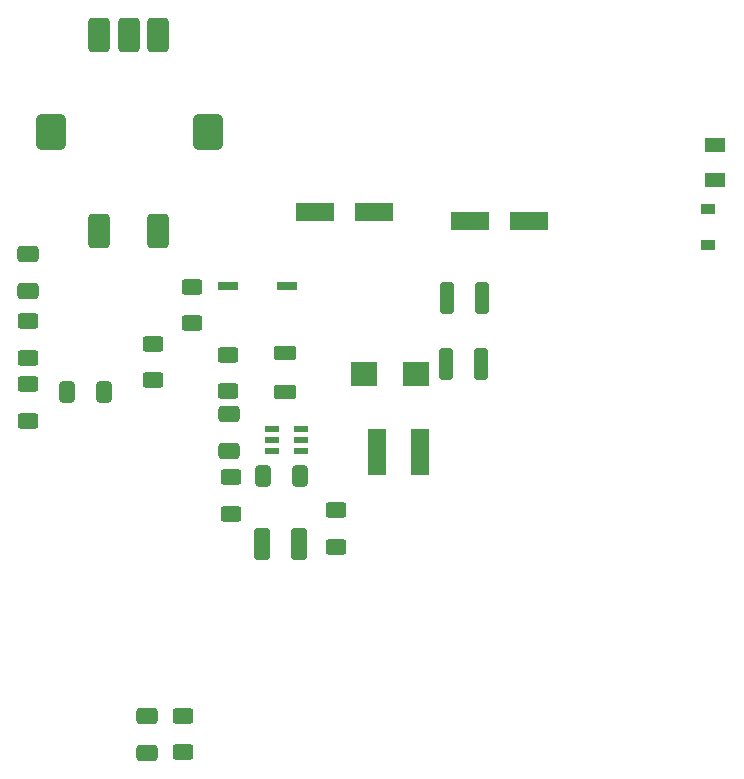
<source format=gbr>
%TF.GenerationSoftware,KiCad,Pcbnew,9.0.6*%
%TF.CreationDate,2026-01-26T19:42:09+01:00*%
%TF.ProjectId,hw,68772e6b-6963-4616-945f-706362585858,rev?*%
%TF.SameCoordinates,Original*%
%TF.FileFunction,Paste,Top*%
%TF.FilePolarity,Positive*%
%FSLAX46Y46*%
G04 Gerber Fmt 4.6, Leading zero omitted, Abs format (unit mm)*
G04 Created by KiCad (PCBNEW 9.0.6) date 2026-01-26 19:42:09*
%MOMM*%
%LPD*%
G01*
G04 APERTURE LIST*
G04 Aperture macros list*
%AMRoundRect*
0 Rectangle with rounded corners*
0 $1 Rounding radius*
0 $2 $3 $4 $5 $6 $7 $8 $9 X,Y pos of 4 corners*
0 Add a 4 corners polygon primitive as box body*
4,1,4,$2,$3,$4,$5,$6,$7,$8,$9,$2,$3,0*
0 Add four circle primitives for the rounded corners*
1,1,$1+$1,$2,$3*
1,1,$1+$1,$4,$5*
1,1,$1+$1,$6,$7*
1,1,$1+$1,$8,$9*
0 Add four rect primitives between the rounded corners*
20,1,$1+$1,$2,$3,$4,$5,0*
20,1,$1+$1,$4,$5,$6,$7,0*
20,1,$1+$1,$6,$7,$8,$9,0*
20,1,$1+$1,$8,$9,$2,$3,0*%
G04 Aperture macros list end*
%ADD10R,3.200000X1.600000*%
%ADD11R,1.200000X0.600000*%
%ADD12RoundRect,0.250000X-0.625000X0.400000X-0.625000X-0.400000X0.625000X-0.400000X0.625000X0.400000X0*%
%ADD13RoundRect,0.250000X0.650000X-0.412500X0.650000X0.412500X-0.650000X0.412500X-0.650000X-0.412500X0*%
%ADD14RoundRect,0.250000X0.412500X0.650000X-0.412500X0.650000X-0.412500X-0.650000X0.412500X-0.650000X0*%
%ADD15RoundRect,0.250000X0.412500X1.100000X-0.412500X1.100000X-0.412500X-1.100000X0.412500X-1.100000X0*%
%ADD16RoundRect,0.250000X0.625000X-0.400000X0.625000X0.400000X-0.625000X0.400000X-0.625000X-0.400000X0*%
%ADD17R,1.500000X4.000000*%
%ADD18RoundRect,0.250000X0.700000X-0.362500X0.700000X0.362500X-0.700000X0.362500X-0.700000X-0.362500X0*%
%ADD19RoundRect,0.250000X-0.325000X-1.100000X0.325000X-1.100000X0.325000X1.100000X-0.325000X1.100000X0*%
%ADD20R,1.200000X0.850000*%
%ADD21R,1.700000X0.750000*%
%ADD22RoundRect,0.270000X-0.630000X-1.180000X0.630000X-1.180000X0.630000X1.180000X-0.630000X1.180000X0*%
%ADD23RoundRect,0.375000X-0.875000X-1.125000X0.875000X-1.125000X0.875000X1.125000X-0.875000X1.125000X0*%
%ADD24R,2.200000X2.150000*%
%ADD25R,1.820000X1.160000*%
G04 APERTURE END LIST*
D10*
%TO.C,C5*%
X160441000Y-74676000D03*
X165441000Y-74676000D03*
%TD*%
D11*
%TO.C,PS1*%
X146157000Y-92268000D03*
X146157000Y-93218000D03*
X146157000Y-94168000D03*
X143657000Y-94168000D03*
X143657000Y-93218000D03*
X143657000Y-92268000D03*
%TD*%
D12*
%TO.C,R4*%
X133604000Y-85064000D03*
X133604000Y-88164000D03*
%TD*%
D13*
%TO.C,C3*%
X133096000Y-119672500D03*
X133096000Y-116547500D03*
%TD*%
D14*
%TO.C,C2*%
X129451500Y-89154000D03*
X126326500Y-89154000D03*
%TD*%
D15*
%TO.C,Cin1*%
X145961500Y-101981000D03*
X142836500Y-101981000D03*
%TD*%
D16*
%TO.C,R3*%
X123063000Y-86259000D03*
X123063000Y-83159000D03*
%TD*%
D13*
%TO.C,C1*%
X123063000Y-80556500D03*
X123063000Y-77431500D03*
%TD*%
D16*
%TO.C,R5*%
X140004000Y-89098000D03*
X140004000Y-85998000D03*
%TD*%
D17*
%TO.C,L1*%
X156222000Y-94234000D03*
X152622000Y-94234000D03*
%TD*%
D18*
%TO.C,L2*%
X144780000Y-89165500D03*
X144780000Y-85840500D03*
%TD*%
D12*
%TO.C,Rfbt1*%
X149098000Y-99161000D03*
X149098000Y-102261000D03*
%TD*%
D16*
%TO.C,R6*%
X136144000Y-119660000D03*
X136144000Y-116560000D03*
%TD*%
D19*
%TO.C,COut1*%
X158418000Y-86741000D03*
X161368000Y-86741000D03*
%TD*%
D20*
%TO.C,D1*%
X180594000Y-76709000D03*
X180594000Y-73659000D03*
%TD*%
D10*
%TO.C,C4*%
X152360000Y-73914000D03*
X147360000Y-73914000D03*
%TD*%
D21*
%TO.C,LED1*%
X144994000Y-80137000D03*
X139994000Y-80137000D03*
%TD*%
D22*
%TO.C,ROT1*%
X134072000Y-58928000D03*
X129072000Y-58928000D03*
X131572000Y-58928000D03*
X129072000Y-75528000D03*
X134072000Y-75528000D03*
D23*
X124972000Y-67133400D03*
X138272000Y-67133400D03*
%TD*%
D13*
%TO.C,CBoot1*%
X140081000Y-94145500D03*
X140081000Y-91020500D03*
%TD*%
D24*
%TO.C,D2*%
X151470000Y-87630000D03*
X155870000Y-87630000D03*
%TD*%
D25*
%TO.C,F1*%
X181229000Y-71198000D03*
X181229000Y-68248000D03*
%TD*%
D19*
%TO.C,COut2*%
X158545000Y-81153000D03*
X161495000Y-81153000D03*
%TD*%
D16*
%TO.C,R2*%
X123063000Y-91593000D03*
X123063000Y-88493000D03*
%TD*%
%TO.C,R1*%
X136906000Y-83338000D03*
X136906000Y-80238000D03*
%TD*%
D14*
%TO.C,Cinx1*%
X146088500Y-96266000D03*
X142963500Y-96266000D03*
%TD*%
D16*
%TO.C,Rfbb1*%
X140208000Y-99467000D03*
X140208000Y-96367000D03*
%TD*%
M02*

</source>
